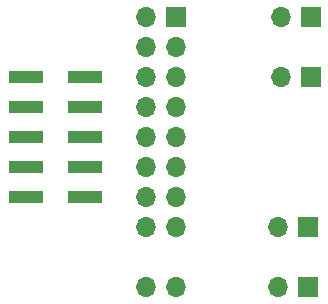
<source format=gbr>
%TF.GenerationSoftware,KiCad,Pcbnew,7.0.9-1.fc39*%
%TF.CreationDate,2023-11-25T21:30:59-08:00*%
%TF.ProjectId,supermicro-ATX-PCB,73757065-726d-4696-9372-6f2d4154582d,rev?*%
%TF.SameCoordinates,Original*%
%TF.FileFunction,Soldermask,Bot*%
%TF.FilePolarity,Negative*%
%FSLAX46Y46*%
G04 Gerber Fmt 4.6, Leading zero omitted, Abs format (unit mm)*
G04 Created by KiCad (PCBNEW 7.0.9-1.fc39) date 2023-11-25 21:30:59*
%MOMM*%
%LPD*%
G01*
G04 APERTURE LIST*
%ADD10R,1.700000X1.700000*%
%ADD11O,1.700000X1.700000*%
%ADD12R,3.000000X1.000000*%
G04 APERTURE END LIST*
D10*
%TO.C,UID1*%
X123190000Y-68580000D03*
D11*
X120650000Y-68580000D03*
%TD*%
D10*
%TO.C,PWR_FAIL1*%
X123190000Y-63500000D03*
D11*
X120650000Y-63500000D03*
%TD*%
D12*
%TO.C,ATX-FP1*%
X104100000Y-78740000D03*
X99060000Y-78740000D03*
X104100000Y-76200000D03*
X99060000Y-76200000D03*
X104100000Y-73660000D03*
X99060000Y-73660000D03*
X104100000Y-71120000D03*
X99060000Y-71120000D03*
X104100000Y-68580000D03*
X99060000Y-68580000D03*
%TD*%
D10*
%TO.C,SM-JF1*%
X111760000Y-63500000D03*
D11*
X109220000Y-63500000D03*
X111760000Y-66040000D03*
X109220000Y-66040000D03*
X111760000Y-68580000D03*
X109220000Y-68580000D03*
X111760000Y-71120000D03*
X109220000Y-71120000D03*
X111760000Y-73660000D03*
X109220000Y-73660000D03*
X111760000Y-76200000D03*
X109220000Y-76200000D03*
X111760000Y-78740000D03*
X109220000Y-78740000D03*
X111760000Y-81280000D03*
X109220000Y-81280000D03*
X111760000Y-86360000D03*
X109220000Y-86360000D03*
%TD*%
D10*
%TO.C,NIC2*%
X122936000Y-81280000D03*
D11*
X120396000Y-81280000D03*
%TD*%
%TO.C,NIC1*%
X120396000Y-86360000D03*
D10*
X122936000Y-86360000D03*
%TD*%
M02*

</source>
